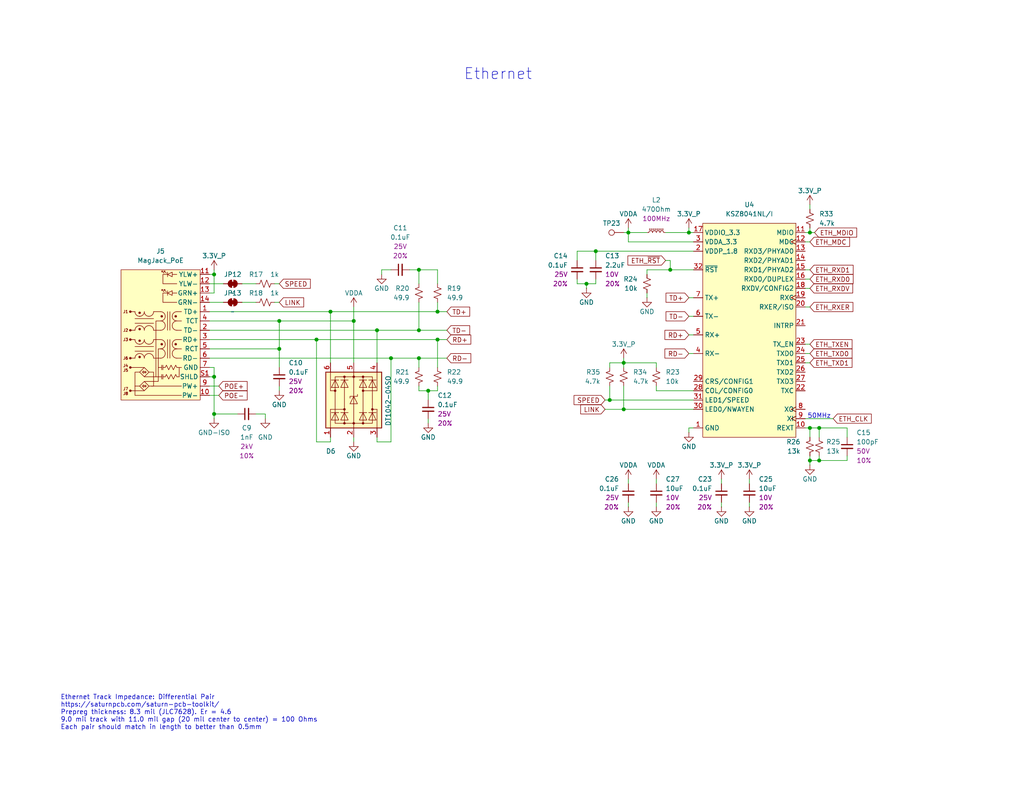
<source format=kicad_sch>
(kicad_sch (version 20231120) (generator "eeschema") (generator_version "8.0")
  (paper "USLetter")
  (title_block (title "Ethernet"))
  (lib_symbols
    (symbol "SparkFun-Capacitor:0.1uF_0603_25V_20%" (pin_numbers hide) (pin_names (offset 0.254))
      (property "Reference" "C" (at 0.635 2.54 0))
      (property "Value" "0.1uF" (at 0.635 -2.54 0))
      (property "Voltage" "25V" (at 0 -6.35 0))
      (property "Tolerance" "20%" (at 0 -8.89 0))
      (symbol "0.1uF_0603_25V_20%_1_1"
        (pin passive line (at 0 2.54 270) (length 2.032) (name "~") (number "1"))
        (pin passive line (at 0 -2.54 90) (length 2.032) (name "~") (number "2"))
      )
    )
    (symbol "SparkFun-Capacitor:1.0nF_1206_2kV_10%" (pin_numbers hide) (pin_names (offset 0.254))
      (property "Reference" "C" (at 0.635 2.54 0))
      (property "Value" "1nF" (at 0.635 -2.54 0))
      (property "Voltage" "2kV" (at 0 -6.35 0))
      (property "Tolerance" "10%" (at 0 -8.89 0))
      (symbol "1.0nF_1206_2kV_10%_1_1"
        (pin passive line (at 0 2.54 270) (length 2.032) (name "~") (number "1"))
        (pin passive line (at 0 -2.54 90) (length 2.032) (name "~") (number "2"))
      )
    )
    (symbol "SparkFun-Capacitor:100pF_0603_50V_10%" (pin_numbers hide) (pin_names (offset 0.254))
      (property "Reference" "C" (at 0.635 2.54 0))
      (property "Value" "100pF" (at 0.635 -2.54 0))
      (property "Voltage" "50V" (at 0 -6.35 0))
      (property "Tolerance" "10%" (at 0 -8.89 0))
      (symbol "100pF_0603_50V_10%_1_1"
        (pin passive line (at 0 2.54 270) (length 2.032) (name "~") (number "1"))
        (pin passive line (at 0 -2.54 90) (length 2.032) (name "~") (number "2"))
      )
    )
    (symbol "SparkFun-Capacitor:10uF_0603_10V_20%" (pin_numbers hide) (pin_names (offset 0.254))
      (property "Reference" "C" (at 0.635 2.54 0))
      (property "Value" "10uF" (at 0.635 -2.54 0))
      (property "Voltage" "10V" (at 0 -6.35 0))
      (property "Tolerance" "20%" (at 0 -8.89 0))
      (symbol "10uF_0603_10V_20%_1_1"
        (pin passive line (at 0 2.54 270) (length 2.032) (name "~") (number "1"))
        (pin passive line (at 0 -2.54 90) (length 2.032) (name "~") (number "2"))
      )
    )
    (symbol "SparkFun-Capacitor:2.2uF_0603_10V_20%" (pin_numbers hide) (pin_names (offset 0.254))
      (property "Reference" "C" (at 0.635 2.54 0))
      (property "Value" "2.2uF" (at 0.635 -2.54 0))
      (property "Voltage" "10V" (at 0 -6.35 0))
      (property "Tolerance" "20%" (at 0 -8.89 0))
      (symbol "2.2uF_0603_10V_20%_1_1"
        (pin passive line (at 0 2.54 270) (length 2.032) (name "~") (number "1"))
        (pin passive line (at 0 -2.54 90) (length 2.032) (name "~") (number "2"))
      )
    )
    (symbol "SparkFun-Coil:470Ohm_0603_1.0A" (pin_numbers hide) (pin_names (offset 1.016) hide)
      (property "Reference" "L" (at 0 2.54 0))
      (property "Value" "470Ohm" (at 0 -1.27 0))
      (property "Frequency" "100MHz" (at 0 -3.81 0))
      (symbol "470Ohm_0603_1.0A_1_1"
        (pin passive line (at -2.54 0 0) (length 0.508) (name "~") (number "1"))
        (pin passive line (at 2.54 0 180) (length 0.508) (name "~") (number "2"))
      )
    )
    (symbol "SparkFun-Connector:MagJack_PoE_RJ45"
      (property "Reference" "J" (at -11.176 20.066 0))
      (property "Value" "MagJack_PoE" (at 0 -17.78 0))
      (symbol "MagJack_PoE_RJ45_1_0"
        (pin passive line (at 12.7 7.62 180) (length 2.54) (name "TD+") (number "1"))
        (pin power_out line (at 12.7 -15.24 180) (length 2.54) (name "PW-") (number "10"))
        (pin passive line (at 12.7 15.24 180) (length 2.54) (name "YLW-") (number "12"))
        (pin passive line (at 12.7 12.7 180) (length 2.54) (name "GRN+") (number "13"))
        (pin passive line (at 12.7 10.16 180) (length 2.54) (name "GRN-") (number "14"))
        (pin passive line (at 12.7 2.54 180) (length 2.54) (name "TD-") (number "2"))
        (pin passive line (at 12.7 0 180) (length 2.54) (name "RD+") (number "3"))
        (pin passive line (at 12.7 5.08 180) (length 2.54) (name "TCT") (number "4"))
        (pin passive line (at 12.7 -2.54 180) (length 2.54) (name "RCT") (number "5"))
        (pin passive line (at 12.7 -5.08 180) (length 2.54) (name "RD-") (number "6"))
        (pin passive line (at 12.7 -7.62 180) (length 2.54) (name "GND") (number "7"))
        (pin power_out line (at 12.7 -12.7 180) (length 2.54) (name "PW+") (number "9"))
        (pin passive line (at 12.7 -10.16 180) (length 2.54) (name "SHLD") (number "S1"))
        (pin passive line (at 12.7 -10.16 180) (length 2.54) hide (name "SHLD") (number "S2"))
      )
      (symbol "MagJack_PoE_RJ45_1_1"
        (text "J1" (at -10.16 7.62 0) (effects (font (size 0.762 0.762))))
        (text "J2" (at -10.16 2.54 0) (effects (font (size 0.762 0.762))))
        (text "J3" (at -10.16 0 0) (effects (font (size 0.762 0.762))))
        (text "J4" (at -10.16 -7.112 0) (effects (font (size 0.762 0.762))))
        (text "J5" (at -10.16 -8.382 0) (effects (font (size 0.762 0.762))))
        (text "J6" (at -10.16 -5.08 0) (effects (font (size 0.762 0.762))))
        (text "J7" (at -10.16 -13.462 0) (effects (font (size 0.762 0.762))))
        (text "J8" (at -10.16 -14.732 0) (effects (font (size 0.762 0.762))))
        (pin passive line (at 12.7 17.78 180) (length 2.54) (name "YLW+") (number "11"))
      )
    )
    (symbol "SparkFun-Connector:TestPoint_PTH" (pin_numbers hide) (pin_names (offset 0.762) hide)
      (property "Reference" "TP" (at 0 5.08 0))
      (symbol "TestPoint_PTH_1_1"
        (pin passive line (at 0 0 90) (length 2.54) (name "1") (number "1"))
      )
    )
    (symbol "SparkFun-DiscreteSemi:D_TVS_ESD_USB" (pin_names hide)
      (property "Reference" "D" (at -8.636 -2.794 90))
      (property "Value" "DT1042-04SO" (at 9.398 -8.382 90))
      (symbol "D_TVS_ESD_USB_1_1"
        (pin passive line (at -6.35 -11.43 90) (length 2.54) (name "I/O1") (number "1"))
        (pin passive line (at 0 -11.43 90) (length 2.54) (name "GND") (number "2"))
        (pin passive line (at 6.35 -11.43 90) (length 2.54) (name "I/O2") (number "3"))
        (pin passive line (at 6.35 8.89 270) (length 2.54) (name "I/O3") (number "4"))
        (pin passive line (at 0 8.89 270) (length 2.54) (name "VCC") (number "5"))
        (pin passive line (at -6.35 8.89 270) (length 2.54) (name "I/O4") (number "6"))
      )
    )
    (symbol "SparkFun-IC-Comm:KSZ8041NLI"
      (property "Reference" "U" (at -12.192 29.464 0))
      (property "Value" "KSZ8041NL/I" (at 0 -31.75 0))
      (symbol "KSZ8041NLI_1_1"
        (pin power_in line (at -15.24 -27.94 0) (length 2.54) (name "GND") (number "1"))
        (pin input line (at 15.24 -27.94 180) (length 2.54) (name "REXT") (number "10"))
        (pin bidirectional line (at 15.24 25.4 180) (length 2.54) (name "MDIO") (number "11"))
        (pin input clock (at 15.24 22.86 180) (length 2.54) (name "MDC") (number "12"))
        (pin bidirectional line (at 15.24 20.32 180) (length 2.54) (name "RXD3/PHYAD0") (number "13"))
        (pin bidirectional line (at 15.24 17.78 180) (length 2.54) (name "RXD2/PHYAD1") (number "14"))
        (pin bidirectional line (at 15.24 15.24 180) (length 2.54) (name "RXD1/PHYAD2") (number "15"))
        (pin bidirectional line (at 15.24 12.7 180) (length 2.54) (name "RXD0/DUPLEX") (number "16"))
        (pin power_in line (at -15.24 25.4 0) (length 2.54) (name "VDDIO_3.3") (number "17"))
        (pin bidirectional line (at 15.24 10.16 180) (length 2.54) (name "RXDV/CONFIG2") (number "18"))
        (pin output clock (at 15.24 7.62 180) (length 2.54) (name "RXC") (number "19"))
        (pin power_in line (at -15.24 20.32 0) (length 2.54) (name "VDDP_1.8") (number "2"))
        (pin bidirectional line (at 15.24 5.08 180) (length 2.54) (name "RXER/ISO") (number "20"))
        (pin output line (at 15.24 0 180) (length 2.54) (name "INTRP") (number "21"))
        (pin output line (at 15.24 -17.78 180) (length 2.54) (name "TXC") (number "22"))
        (pin input line (at 15.24 -5.08 180) (length 2.54) (name "TX_EN") (number "23"))
        (pin input line (at 15.24 -7.62 180) (length 2.54) (name "TXD0") (number "24"))
        (pin input line (at 15.24 -10.16 180) (length 2.54) (name "TXD1") (number "25"))
        (pin input line (at 15.24 -12.7 180) (length 2.54) (name "TXD2") (number "26"))
        (pin input line (at 15.24 -15.24 180) (length 2.54) (name "TXD3") (number "27"))
        (pin bidirectional line (at -15.24 -17.78 0) (length 2.54) (name "COL/CONFIG0") (number "28"))
        (pin bidirectional line (at -15.24 -15.24 0) (length 2.54) (name "CRS/CONFIG1") (number "29"))
        (pin power_in line (at -15.24 22.86 0) (length 2.54) (name "VDDA_3.3") (number "3"))
        (pin bidirectional line (at -15.24 -22.86 0) (length 2.54) (name "LED0/NWAYEN") (number "30"))
        (pin bidirectional line (at -15.24 -20.32 0) (length 2.54) (name "LED1/SPEED") (number "31"))
        (pin input line (at -15.24 15.24 0) (length 2.54) (name "~{RST}") (number "32"))
        (pin bidirectional line (at -15.24 -7.62 0) (length 2.54) (name "RX-") (number "4"))
        (pin bidirectional line (at -15.24 -2.54 0) (length 2.54) (name "RX+") (number "5"))
        (pin bidirectional line (at -15.24 2.54 0) (length 2.54) (name "TX-") (number "6"))
        (pin bidirectional line (at -15.24 7.62 0) (length 2.54) (name "TX+") (number "7"))
        (pin output clock (at 15.24 -22.86 180) (length 2.54) (name "XO") (number "8"))
        (pin input clock (at 15.24 -25.4 180) (length 2.54) (name "XI") (number "9"))
        (pin power_in line (at -15.24 -27.94 0) (length 2.54) hide (name "GND") (number "EP"))
      )
    )
    (symbol "SparkFun-Jumper:SolderJumper_2_Bridged" (pin_numbers hide) (pin_names (offset 0) hide)
      (property "Reference" "JP" (at 0 2.032 0))
      (property "Value" "~" (at 0 -2.54 0))
      (symbol "SolderJumper_2_Bridged_1_1"
        (pin passive line (at -2.54 0 0) (length 1.27) (name "A") (number "1"))
        (pin passive line (at 2.54 0 180) (length 1.27) (name "B") (number "2"))
      )
    )
    (symbol "SparkFun-PowerSymbol:3.3V_P" (power) (pin_names (offset 0))
      (property "Value" "3.3V_P" (at 0 3.81 0))
      (symbol "3.3V_P_1_1"
        (pin power_in line (at 0 0 90) (length 0) hide (name "3.3V_P") (number "1"))
      )
    )
    (symbol "SparkFun-PowerSymbol:VDDA" (power) (pin_names (offset 0))
      (property "Value" "VDDA" (at 0 3.81 0))
      (symbol "VDDA_1_1"
        (pin power_in line (at 0 0 90) (length 0) hide (name "VDDA") (number "1"))
      )
    )
    (symbol "SparkFun-Resistor:10k_0603" (pin_numbers hide) (pin_names (offset 0))
      (property "Reference" "R" (at 0 -2.54 0))
      (property "Value" "10k" (at 0 2.54 0))
      (symbol "10k_0603_1_1"
        (pin passive line (at -2.54 0 0) (length 1.016) (name "~") (number "1"))
        (pin passive line (at 2.54 0 180) (length 1.016) (name "~") (number "2"))
      )
    )
    (symbol "SparkFun-Resistor:13k_0603" (pin_numbers hide) (pin_names (offset 0))
      (property "Reference" "R" (at 0 -2.54 0))
      (property "Value" "13k" (at 0 2.54 0))
      (symbol "13k_0603_1_1"
        (pin passive line (at -2.54 0 0) (length 1.016) (name "~") (number "1"))
        (pin passive line (at 2.54 0 180) (length 1.016) (name "~") (number "2"))
      )
    )
    (symbol "SparkFun-Resistor:1k_0603" (pin_numbers hide) (pin_names (offset 0))
      (property "Reference" "R" (at 0 -2.54 0))
      (property "Value" "1k" (at 0 2.54 0))
      (symbol "1k_0603_1_1"
        (pin passive line (at -2.54 0 0) (length 1.016) (name "~") (number "1"))
        (pin passive line (at 2.54 0 180) (length 1.016) (name "~") (number "2"))
      )
    )
    (symbol "SparkFun-Resistor:4.7k_0603" (pin_numbers hide) (pin_names (offset 0))
      (property "Reference" "R" (at 0 -2.54 0))
      (property "Value" "4.7k" (at 0 2.54 0))
      (symbol "4.7k_0603_1_1"
        (pin passive line (at -2.54 0 0) (length 1.016) (name "~") (number "1"))
        (pin passive line (at 2.54 0 180) (length 1.016) (name "~") (number "2"))
      )
    )
    (symbol "SparkFun-Resistor:49.9_0603" (pin_numbers hide) (pin_names (offset 0))
      (property "Reference" "R" (at 0 -2.54 0))
      (property "Value" "49.9" (at 0 2.54 0))
      (symbol "49.9_0603_1_1"
        (pin passive line (at -2.54 0 0) (length 1.016) (name "~") (number "1"))
        (pin passive line (at 2.54 0 180) (length 1.016) (name "~") (number "2"))
      )
    )
    (symbol "power:GND" (power) (pin_numbers hide) (pin_names (offset 0) hide)
      (property "Value" "GND" (at 0 -3.81 0))
      (symbol "GND_1_1"
        (pin power_in line (at 0 0 270) (length 0) (name "~") (number "1"))
      )
    )
  )
  (junction (at 86.36 92.71))
  (junction (at 220.98 63.5))
  (junction (at 114.3 73.66))
  (junction (at 170.18 111.76))
  (junction (at 220.98 125.73))
  (junction (at 187.96 63.5))
  (junction (at 223.52 125.73))
  (junction (at 171.45 63.5))
  (junction (at 119.38 92.71))
  (junction (at 106.68 97.79))
  (junction (at 58.42 102.87))
  (junction (at 58.42 113.03))
  (junction (at 119.38 85.09))
  (junction (at 170.18 99.06))
  (junction (at 114.3 97.79))
  (junction (at 102.87 90.17))
  (junction (at 90.17 85.09))
  (junction (at 76.2 87.63))
  (junction (at 76.2 95.25))
  (junction (at 220.98 116.84))
  (junction (at 96.52 87.63))
  (junction (at 114.3 90.17))
  (junction (at 182.88 73.66))
  (junction (at 58.42 74.93))
  (junction (at 223.52 116.84))
  (junction (at 160.02 77.47))
  (junction (at 162.56 68.58))
  (junction (at 116.84 106.68))
  (junction (at 166.37 109.22))
  (wire (pts (xy 106.68 97.79) (xy 57.15 97.79)))
  (wire (pts (xy 219.71 63.5) (xy 220.98 63.5)))
  (wire (pts (xy 162.56 68.58) (xy 157.48 68.58)))
  (wire (pts (xy 116.84 106.68) (xy 116.84 109.22)))
  (wire (pts (xy 76.2 105.41) (xy 76.2 106.68)))
  (wire (pts (xy 187.96 63.5) (xy 189.23 63.5)))
  (wire (pts (xy 57.15 100.33) (xy 58.42 100.33)))
  (wire (pts (xy 160.02 77.47) (xy 162.56 77.47)))
  (wire (pts (xy 57.15 107.95) (xy 59.69 107.95)))
  (wire (pts (xy 220.98 62.23) (xy 220.98 63.5)))
  (wire (pts (xy 86.36 92.71) (xy 57.15 92.71)))
  (wire (pts (xy 166.37 105.41) (xy 166.37 109.22)))
  (wire (pts (xy 90.17 85.09) (xy 90.17 99.06)))
  (wire (pts (xy 86.36 92.71) (xy 119.38 92.71)))
  (wire (pts (xy 114.3 82.55) (xy 114.3 90.17)))
  (wire (pts (xy 58.42 100.33) (xy 58.42 102.87)))
  (wire (pts (xy 114.3 73.66) (xy 114.3 77.47)))
  (wire (pts (xy 57.15 105.41) (xy 59.69 105.41)))
  (wire (pts (xy 219.71 66.04) (xy 220.98 66.04)))
  (wire (pts (xy 57.15 95.25) (xy 76.2 95.25)))
  (wire (pts (xy 171.45 63.5) (xy 171.45 66.04)))
  (wire (pts (xy 170.18 63.5) (xy 171.45 63.5)))
  (wire (pts (xy 86.36 120.65) (xy 86.36 92.71)))
  (wire (pts (xy 187.96 91.44) (xy 189.23 91.44)))
  (wire (pts (xy 102.87 90.17) (xy 57.15 90.17)))
  (wire (pts (xy 90.17 85.09) (xy 119.38 85.09)))
  (wire (pts (xy 114.3 97.79) (xy 121.92 97.79)))
  (wire (pts (xy 219.71 73.66) (xy 220.98 73.66)))
  (wire (pts (xy 220.98 55.88) (xy 220.98 57.15)))
  (wire (pts (xy 179.07 137.16) (xy 179.07 138.43)))
  (wire (pts (xy 179.07 100.33) (xy 179.07 99.06)))
  (wire (pts (xy 220.98 116.84) (xy 220.98 119.38)))
  (wire (pts (xy 231.14 125.73) (xy 223.52 125.73)))
  (wire (pts (xy 219.71 96.52) (xy 220.98 96.52)))
  (wire (pts (xy 182.88 73.66) (xy 189.23 73.66)))
  (wire (pts (xy 165.1 111.76) (xy 170.18 111.76)))
  (wire (pts (xy 179.07 106.68) (xy 179.07 105.41)))
  (wire (pts (xy 170.18 105.41) (xy 170.18 111.76)))
  (wire (pts (xy 219.71 114.3) (xy 227.33 114.3)))
  (wire (pts (xy 171.45 137.16) (xy 171.45 138.43)))
  (wire (pts (xy 57.15 77.47) (xy 60.96 77.47)))
  (wire (pts (xy 119.38 92.71) (xy 119.38 100.33)))
  (wire (pts (xy 162.56 68.58) (xy 162.56 71.12)))
  (wire (pts (xy 57.15 85.09) (xy 90.17 85.09)))
  (wire (pts (xy 170.18 97.79) (xy 170.18 99.06)))
  (wire (pts (xy 76.2 87.63) (xy 76.2 95.25)))
  (wire (pts (xy 58.42 102.87) (xy 58.42 113.03)))
  (wire (pts (xy 72.39 113.03) (xy 72.39 114.3)))
  (wire (pts (xy 166.37 109.22) (xy 189.23 109.22)))
  (wire (pts (xy 119.38 92.71) (xy 121.92 92.71)))
  (wire (pts (xy 204.47 130.81) (xy 204.47 132.08)))
  (wire (pts (xy 104.14 73.66) (xy 104.14 74.93)))
  (wire (pts (xy 171.45 62.23) (xy 171.45 63.5)))
  (wire (pts (xy 220.98 116.84) (xy 223.52 116.84)))
  (wire (pts (xy 106.68 120.65) (xy 106.68 97.79)))
  (wire (pts (xy 96.52 119.38) (xy 96.52 120.65)))
  (wire (pts (xy 176.53 80.01) (xy 176.53 81.28)))
  (wire (pts (xy 76.2 87.63) (xy 96.52 87.63)))
  (wire (pts (xy 90.17 119.38) (xy 90.17 120.65)))
  (wire (pts (xy 157.48 68.58) (xy 157.48 71.12)))
  (wire (pts (xy 220.98 125.73) (xy 220.98 127)))
  (wire (pts (xy 119.38 85.09) (xy 121.92 85.09)))
  (wire (pts (xy 102.87 90.17) (xy 114.3 90.17)))
  (wire (pts (xy 196.85 137.16) (xy 196.85 138.43)))
  (wire (pts (xy 74.93 82.55) (xy 76.2 82.55)))
  (wire (pts (xy 187.96 86.36) (xy 189.23 86.36)))
  (wire (pts (xy 111.76 73.66) (xy 114.3 73.66)))
  (wire (pts (xy 219.71 99.06) (xy 220.98 99.06)))
  (wire (pts (xy 114.3 90.17) (xy 121.92 90.17)))
  (wire (pts (xy 165.1 109.22) (xy 166.37 109.22)))
  (wire (pts (xy 181.61 63.5) (xy 187.96 63.5)))
  (wire (pts (xy 114.3 105.41) (xy 114.3 106.68)))
  (wire (pts (xy 189.23 116.84) (xy 187.96 116.84)))
  (wire (pts (xy 57.15 80.01) (xy 58.42 80.01)))
  (wire (pts (xy 76.2 87.63) (xy 57.15 87.63)))
  (wire (pts (xy 58.42 73.66) (xy 58.42 74.93)))
  (wire (pts (xy 181.61 71.12) (xy 182.88 71.12)))
  (wire (pts (xy 204.47 137.16) (xy 204.47 138.43)))
  (wire (pts (xy 104.14 73.66) (xy 106.68 73.66)))
  (wire (pts (xy 170.18 111.76) (xy 189.23 111.76)))
  (wire (pts (xy 102.87 99.06) (xy 102.87 90.17)))
  (wire (pts (xy 102.87 120.65) (xy 106.68 120.65)))
  (wire (pts (xy 119.38 106.68) (xy 116.84 106.68)))
  (wire (pts (xy 219.71 83.82) (xy 220.98 83.82)))
  (wire (pts (xy 231.14 124.46) (xy 231.14 125.73)))
  (wire (pts (xy 66.04 82.55) (xy 69.85 82.55)))
  (wire (pts (xy 58.42 113.03) (xy 58.42 114.3)))
  (wire (pts (xy 58.42 113.03) (xy 64.77 113.03)))
  (wire (pts (xy 189.23 106.68) (xy 179.07 106.68)))
  (wire (pts (xy 176.53 73.66) (xy 176.53 74.93)))
  (wire (pts (xy 57.15 82.55) (xy 60.96 82.55)))
  (wire (pts (xy 189.23 68.58) (xy 162.56 68.58)))
  (wire (pts (xy 219.71 116.84) (xy 220.98 116.84)))
  (wire (pts (xy 157.48 77.47) (xy 160.02 77.47)))
  (wire (pts (xy 231.14 116.84) (xy 231.14 119.38)))
  (wire (pts (xy 223.52 116.84) (xy 231.14 116.84)))
  (wire (pts (xy 187.96 62.23) (xy 187.96 63.5)))
  (wire (pts (xy 166.37 100.33) (xy 166.37 99.06)))
  (wire (pts (xy 114.3 106.68) (xy 116.84 106.68)))
  (wire (pts (xy 106.68 97.79) (xy 114.3 97.79)))
  (wire (pts (xy 66.04 77.47) (xy 69.85 77.47)))
  (wire (pts (xy 160.02 77.47) (xy 160.02 78.74)))
  (wire (pts (xy 220.98 124.46) (xy 220.98 125.73)))
  (wire (pts (xy 57.15 102.87) (xy 58.42 102.87)))
  (wire (pts (xy 116.84 114.3) (xy 116.84 115.57)))
  (wire (pts (xy 176.53 73.66) (xy 182.88 73.66)))
  (wire (pts (xy 196.85 130.81) (xy 196.85 132.08)))
  (wire (pts (xy 74.93 77.47) (xy 76.2 77.47)))
  (wire (pts (xy 90.17 120.65) (xy 86.36 120.65)))
  (wire (pts (xy 69.85 113.03) (xy 72.39 113.03)))
  (wire (pts (xy 162.56 77.47) (xy 162.56 76.2)))
  (wire (pts (xy 219.71 78.74) (xy 220.98 78.74)))
  (wire (pts (xy 171.45 130.81) (xy 171.45 132.08)))
  (wire (pts (xy 219.71 76.2) (xy 220.98 76.2)))
  (wire (pts (xy 119.38 73.66) (xy 119.38 77.47)))
  (wire (pts (xy 171.45 63.5) (xy 176.53 63.5)))
  (wire (pts (xy 114.3 73.66) (xy 119.38 73.66)))
  (wire (pts (xy 102.87 119.38) (xy 102.87 120.65)))
  (wire (pts (xy 223.52 116.84) (xy 223.52 119.38)))
  (wire (pts (xy 114.3 97.79) (xy 114.3 100.33)))
  (wire (pts (xy 96.52 87.63) (xy 96.52 99.06)))
  (wire (pts (xy 170.18 99.06) (xy 170.18 100.33)))
  (wire (pts (xy 223.52 124.46) (xy 223.52 125.73)))
  (wire (pts (xy 219.71 93.98) (xy 220.98 93.98)))
  (wire (pts (xy 179.07 130.81) (xy 179.07 132.08)))
  (wire (pts (xy 166.37 99.06) (xy 170.18 99.06)))
  (wire (pts (xy 223.52 125.73) (xy 220.98 125.73)))
  (wire (pts (xy 58.42 74.93) (xy 58.42 80.01)))
  (wire (pts (xy 119.38 105.41) (xy 119.38 106.68)))
  (wire (pts (xy 187.96 81.28) (xy 189.23 81.28)))
  (wire (pts (xy 96.52 83.82) (xy 96.52 87.63)))
  (wire (pts (xy 76.2 95.25) (xy 76.2 100.33)))
  (wire (pts (xy 220.98 63.5) (xy 222.25 63.5)))
  (wire (pts (xy 119.38 82.55) (xy 119.38 85.09)))
  (wire (pts (xy 170.18 99.06) (xy 179.07 99.06)))
  (wire (pts (xy 157.48 76.2) (xy 157.48 77.47)))
  (wire (pts (xy 57.15 74.93) (xy 58.42 74.93)))
  (wire (pts (xy 187.96 116.84) (xy 187.96 118.11)))
  (wire (pts (xy 187.96 96.52) (xy 189.23 96.52)))
  (wire (pts (xy 182.88 71.12) (xy 182.88 73.66)))
  (wire (pts (xy 189.23 66.04) (xy 171.45 66.04)))
  (text "50MHz" (at 223.52 113.665 0) (effects (font (size 1.27 1.27))))
  (text "Ethernet" (at 135.89 20.32 0) (effects (font (size 3 3))))
  (text "Ethernet Track Impedance: Differential Pair\nhttps://saturnpcb.com/saturn-pcb-toolkit/\nPrepreg thickness: 8.3 mil (JLC7628). Er = 4.6\n9.0 mil track with 11.0 mil gap (20 mil center to center) = 100 Ohms\nEach pair should match in length to better than 0.5mm" (at 16.51 199.39 0) (effects (font (size 1.27 1.27)) (justify left bottom)))
  (global_label "TD+" (shape input) (at 121.92 85.09 0) (property "Intersheetrefs" "${INTERSHEET_REFS}" (effects (hide yes))))
  (global_label "ETH_RXDV" (shape input) (at 220.98 78.74 0) (property "Intersheetrefs" "${INTERSHEET_REFS}" (effects (hide yes))))
  (global_label "SPEED" (shape input) (at 165.1 109.22 180) (property "Intersheetrefs" "${INTERSHEET_REFS}" (effects (hide yes))))
  (global_label "ETH_TXD1" (shape input) (at 220.98 99.06 0) (property "Intersheetrefs" "${INTERSHEET_REFS}" (effects (hide yes))))
  (global_label "RD+" (shape input) (at 121.92 92.71 0) (property "Intersheetrefs" "${INTERSHEET_REFS}" (effects (hide yes))))
  (global_label "POE+" (shape input) (at 59.69 105.41 0) (property "Intersheetrefs" "${INTERSHEET_REFS}" (effects (hide yes))))
  (global_label "ETH_RXD1" (shape input) (at 220.98 73.66 0) (property "Intersheetrefs" "${INTERSHEET_REFS}" (effects (hide yes))))
  (global_label "ETH_RXD0" (shape input) (at 220.98 76.2 0) (property "Intersheetrefs" "${INTERSHEET_REFS}" (effects (hide yes))))
  (global_label "RD-" (shape input) (at 121.92 97.79 0) (property "Intersheetrefs" "${INTERSHEET_REFS}" (effects (hide yes))))
  (global_label "ETH_CLK" (shape input) (at 227.33 114.3 0) (property "Intersheetrefs" "${INTERSHEET_REFS}" (effects (hide yes))))
  (global_label "ETH_TXD0" (shape input) (at 220.98 96.52 0) (property "Intersheetrefs" "${INTERSHEET_REFS}" (effects (hide yes))))
  (global_label "TD-" (shape input) (at 187.96 86.36 180) (property "Intersheetrefs" "${INTERSHEET_REFS}" (effects (hide yes))))
  (global_label "LINK" (shape input) (at 76.2 82.55 0) (property "Intersheetrefs" "${INTERSHEET_REFS}" (effects (hide yes))))
  (global_label "ETH_TXEN" (shape input) (at 220.98 93.98 0) (property "Intersheetrefs" "${INTERSHEET_REFS}" (effects (hide yes))))
  (global_label "RD+" (shape input) (at 187.96 91.44 180) (property "Intersheetrefs" "${INTERSHEET_REFS}" (effects (hide yes))))
  (global_label "LINK" (shape input) (at 165.1 111.76 180) (property "Intersheetrefs" "${INTERSHEET_REFS}" (effects (hide yes))))
  (global_label "ETH_MDIO" (shape input) (at 222.25 63.5 0) (property "Intersheetrefs" "${INTERSHEET_REFS}" (effects (hide yes))))
  (global_label "TD-" (shape input) (at 121.92 90.17 0) (property "Intersheetrefs" "${INTERSHEET_REFS}" (effects (hide yes))))
  (global_label "POE-" (shape input) (at 59.69 107.95 0) (property "Intersheetrefs" "${INTERSHEET_REFS}" (effects (hide yes))))
  (global_label "TD+" (shape input) (at 187.96 81.28 180) (property "Intersheetrefs" "${INTERSHEET_REFS}" (effects (hide yes))))
  (global_label "ETH_~{RST}" (shape input) (at 181.61 71.12 180) (property "Intersheetrefs" "${INTERSHEET_REFS}" (effects (hide yes))))
  (global_label "SPEED" (shape input) (at 76.2 77.47 0) (property "Intersheetrefs" "${INTERSHEET_REFS}" (effects (hide yes))))
  (global_label "ETH_RXER" (shape input) (at 220.98 83.82 0) (property "Intersheetrefs" "${INTERSHEET_REFS}" (effects (hide yes))))
  (global_label "RD-" (shape input) (at 187.96 96.52 180) (property "Intersheetrefs" "${INTERSHEET_REFS}" (effects (hide yes))))
  (global_label "ETH_MDC" (shape input) (at 220.98 66.04 0) (property "Intersheetrefs" "${INTERSHEET_REFS}" (effects (hide yes))))
  (symbol (lib_id "SparkFun-Resistor:49.9_0603") (at 114.3 102.87 270) (mirror x) (unit 1)
    (property "Reference" "R21" (at 111.76 101.5999 90) (effects (justify right)))
    (property "Value" "49.9" (at 111.76 104.1399 90) (effects (justify right)))
    (property "Footprint" "SparkFun-Resistor:R_0603_1608Metric" (effects (hide yes)))
    (property "Datasheet" "https://www.vishay.com/docs/20035/dcrcwe3.pdf" (effects (hide yes)))
    (property "Description" "Resistor" (effects (hide yes)))
    (property "PROD_ID" "RES-16237" (effects (hide yes)))
    (property "Wattage" "0.5W" (effects (hide yes)))
    (property "Tolerance" "1%" (effects (hide yes)))
  )
  (symbol (lib_id "SparkFun-Resistor:13k_0603") (at 223.52 121.92 90) (unit 1)
    (property "Reference" "R25" (at 225.425 120.65 90) (effects (justify right)))
    (property "Value" "13k" (at 227.33 123.19 90))
    (property "Footprint" "SparkFun-Resistor:R_0603_1608Metric" (effects (hide yes)))
    (property "Datasheet" "https://www.vishay.com/docs/20035/dcrcwe3.pdf" (effects (hide yes)))
    (property "Description" "Resistor" (effects (hide yes)))
    (property "PROD_ID" "RES-14017" (effects (hide yes)))
  )
  (symbol (lib_id "SparkFun-Capacitor:0.1uF_0603_25V_20%") (at 171.45 134.62 0) (unit 1)
    (property "Reference" "C26" (at 168.91 130.8162 0) (effects (justify right)))
    (property "Value" "0.1uF" (at 168.91 133.3562 0) (effects (justify right)))
    (property "Footprint" "SparkFun-Capacitor:C_0603_1608Metric" (effects (hide yes)))
    (property "Datasheet" "https://cdn.sparkfun.com/assets/8/a/4/a/5/Kemet_Capacitor_Datasheet.pdf" (effects (hide yes)))
    (property "Description" "Unpolarized capacitor" (effects (hide yes)))
    (property "PROD_ID" "CAP-00810" (effects (hide yes)))
    (property "Voltage" "25V" (at 168.91 135.8962 0) (effects (justify right)))
    (property "Tolerance" "20%" (at 168.91 138.4362 0) (effects (justify right)))
  )
  (symbol (lib_id "SparkFun-Resistor:13k_0603") (at 220.98 121.92 270) (mirror x) (unit 1)
    (property "Reference" "R26" (at 218.44 120.6499 90) (effects (justify right)))
    (property "Value" "13k" (at 218.44 123.1899 90) (effects (justify right)))
    (property "Footprint" "SparkFun-Resistor:R_0603_1608Metric" (effects (hide yes)))
    (property "Datasheet" "https://www.vishay.com/docs/20035/dcrcwe3.pdf" (effects (hide yes)))
    (property "Description" "Resistor" (effects (hide yes)))
    (property "PROD_ID" "RES-14017" (effects (hide yes)))
  )
  (symbol (lib_id "SparkFun-PowerSymbol:VDDA") (at 179.07 130.81 0) (unit 1)
    (property "Reference" "#PWR086" (effects (hide yes)))
    (property "Value" "VDDA" (at 179.07 127 0))
    (property "Description" "Power symbol creates a global label with name \"VDDA\"" (effects (hide yes)))
  )
  (symbol (lib_id "SparkFun-PowerSymbol:3.3V_P") (at 204.47 130.81 0) (unit 1)
    (property "Reference" "#PWR076" (effects (hide yes)))
    (property "Value" "3.3V_P" (at 204.47 127 0))
    (property "Description" "Power symbol creates a global label with name \"3.3V_P\"" (effects (hide yes)))
  )
  (symbol (lib_id "power:GND") (at 176.53 81.28 0) (unit 1)
    (property "Reference" "#PWR057" (effects (hide yes)))
    (property "Value" "GND" (at 176.53 85.09 0))
    (property "Description" "Power symbol creates a global label with name \"GND\" , ground" (effects (hide yes)))
  )
  (symbol (lib_id "SparkFun-Capacitor:0.1uF_0603_25V_20%") (at 76.2 102.87 0) (unit 1)
    (property "Reference" "C10" (at 78.74 99.0662 0) (effects (justify left)))
    (property "Value" "0.1uF" (at 78.74 101.6062 0) (effects (justify left)))
    (property "Footprint" "SparkFun-Capacitor:C_0603_1608Metric" (effects (hide yes)))
    (property "Datasheet" "https://cdn.sparkfun.com/assets/8/a/4/a/5/Kemet_Capacitor_Datasheet.pdf" (effects (hide yes)))
    (property "Description" "Unpolarized capacitor" (effects (hide yes)))
    (property "PROD_ID" "CAP-00810" (effects (hide yes)))
    (property "Voltage" "25V" (at 78.74 104.1462 0) (effects (justify left)))
    (property "Tolerance" "20%" (at 78.74 106.6862 0) (effects (justify left)))
  )
  (symbol (lib_id "SparkFun-Connector:TestPoint_PTH") (at 170.18 63.5 90) (unit 1)
    (property "Reference" "TP23" (at 166.878 60.96 90))
    (property "Value" "PTH" (effects (hide yes)))
    (property "Footprint" "SparkFun-Connector:1x01" (effects (hide yes)))
    (property "Description" "Test Point" (effects (hide yes)))
  )
  (symbol (lib_id "SparkFun-PowerSymbol:VDDA") (at 171.45 62.23 0) (unit 1)
    (property "Reference" "#PWR056" (effects (hide yes)))
    (property "Value" "VDDA" (at 171.45 58.42 0))
    (property "Description" "Power symbol creates a global label with name \"VDDA\"" (effects (hide yes)))
  )
  (symbol (lib_id "SparkFun-Capacitor:10uF_0603_10V_20%") (at 204.47 134.62 0) (unit 1)
    (property "Reference" "C25" (at 207.01 130.8162 0) (effects (justify left)))
    (property "Value" "10uF" (at 207.01 133.3562 0) (effects (justify left)))
    (property "Footprint" "SparkFun-Capacitor:C_0603_1608Metric" (effects (hide yes)))
    (property "Datasheet" "https://cdn.sparkfun.com/assets/8/a/4/a/5/Kemet_Capacitor_Datasheet.pdf" (effects (hide yes)))
    (property "Description" "Unpolarized capacitor" (effects (hide yes)))
    (property "PROD_ID" "CAP-20155" (effects (hide yes)))
    (property "Voltage" "10V" (at 207.01 135.8962 0) (effects (justify left)))
    (property "Tolerance" "20%" (at 207.01 138.4362 0) (effects (justify left)))
  )
  (symbol (lib_id "SparkFun-Resistor:1k_0603") (at 72.39 82.55 0) (unit 1)
    (property "Reference" "R18" (at 69.85 80.01 0))
    (property "Value" "1k" (at 74.93 80.01 0))
    (property "Footprint" "SparkFun-Resistor:R_0603_1608Metric" (effects (hide yes)))
    (property "Datasheet" "https://www.vishay.com/docs/20035/dcrcwe3.pdf" (effects (hide yes)))
    (property "Description" "Resistor" (effects (hide yes)))
    (property "PROD_ID" "RES-07856" (effects (hide yes)))
  )
  (symbol (lib_id "power:GND") (at 96.52 120.65 0) (unit 1)
    (property "Reference" "#PWR052" (effects (hide yes)))
    (property "Value" "GND" (at 96.52 124.46 0))
    (property "Description" "Power symbol creates a global label with name \"GND\" , ground" (effects (hide yes)))
  )
  (symbol (lib_id "SparkFun-Coil:470Ohm_0603_1.0A") (at 179.07 63.5 0) (unit 1)
    (property "Reference" "L2" (at 179.07 54.61 0))
    (property "Value" "470Ohm" (at 179.07 57.15 0))
    (property "Footprint" "SparkFun-Capacitor:C_0603_1608Metric" (effects (hide yes)))
    (property "Datasheet" "http://www.murata.com/en-global/api/pdfdownloadapi?cate=luNoiseSupprFilteChipFerriBead&partno=BLM18PG471SN1%23" (effects (hide yes)))
    (property "Description" "Inductor" (effects (hide yes)))
    (property "PROD_ID" "NDUC-12579" (effects (hide yes)))
    (property "Frequency" "100MHz" (at 179.07 59.69 0))
  )
  (symbol (lib_id "SparkFun-PowerSymbol:3.3V_P") (at 170.18 97.79 0) (unit 1)
    (property "Reference" "#PWR058" (effects (hide yes)))
    (property "Value" "3.3V_P" (at 170.18 93.98 0))
    (property "Description" "Power symbol creates a global label with name \"3.3V_P\"" (effects (hide yes)))
  )
  (symbol (lib_id "SparkFun-PowerSymbol:VDDA") (at 96.52 83.82 0) (unit 1)
    (property "Reference" "#PWR051" (effects (hide yes)))
    (property "Value" "VDDA" (at 96.52 80.01 0))
    (property "Description" "Power symbol creates a global label with name \"VDDA\"" (effects (hide yes)))
  )
  (symbol (lib_id "SparkFun-DiscreteSemi:D_TVS_ESD_USB") (at 96.52 107.95 0) (unit 1)
    (property "Reference" "D6" (at 88.9 123.19 0) (effects (justify left)))
    (property "Value" "DT1042-04SO" (at 105.918 116.332 90) (effects (justify left)))
    (property "Footprint" "SparkFun-Semiconductor-Standard:SOT23-6" (effects (hide yes)))
    (property "Datasheet" "https://www.diodes.com/assets/Datasheets/DT1042-04SO.pdf" (effects (hide yes)))
    (property "Description" "Very low capacitance ESD protection diode, 4 data-line, SOT-23-6" (effects (hide yes)))
    (property "PROD_ID" "IC-13538" (effects (hide yes)))
  )
  (symbol (lib_id "SparkFun-Capacitor:0.1uF_0603_25V_20%") (at 116.84 111.76 0) (unit 1)
    (property "Reference" "C12" (at 119.38 107.9562 0) (effects (justify left)))
    (property "Value" "0.1uF" (at 119.38 110.4962 0) (effects (justify left)))
    (property "Footprint" "SparkFun-Capacitor:C_0603_1608Metric" (effects (hide yes)))
    (property "Datasheet" "https://cdn.sparkfun.com/assets/8/a/4/a/5/Kemet_Capacitor_Datasheet.pdf" (effects (hide yes)))
    (property "Description" "Unpolarized capacitor" (effects (hide yes)))
    (property "PROD_ID" "CAP-00810" (effects (hide yes)))
    (property "Voltage" "25V" (at 119.38 113.0362 0) (effects (justify left)))
    (property "Tolerance" "20%" (at 119.38 115.5762 0) (effects (justify left)))
  )
  (symbol (lib_id "SparkFun-Resistor:4.7k_0603") (at 166.37 102.87 270) (mirror x) (unit 1)
    (property "Reference" "R35" (at 163.83 101.5999 90) (effects (justify right)))
    (property "Value" "4.7k" (at 163.83 104.1399 90) (effects (justify right)))
    (property "Footprint" "SparkFun-Resistor:R_0603_1608Metric" (effects (hide yes)))
    (property "Datasheet" "https://www.vishay.com/docs/20035/dcrcwe3.pdf" (effects (hide yes)))
    (property "Description" "Resistor" (effects (hide yes)))
    (property "PROD_ID" "RES-07857" (effects (hide yes)))
  )
  (symbol (lib_id "SparkFun-IC-Comm:KSZ8041NLI") (at 204.47 88.9 0) (unit 1)
    (property "Reference" "U4" (at 204.47 55.88 0))
    (property "Value" "KSZ8041NL/I" (at 204.47 58.42 0))
    (property "Footprint" "SparkFun-Semiconductor-Standard:QFN-32" (effects (hide yes)))
    (property "Datasheet" "https://ww1.microchip.com/downloads/aemDocuments/documents/UNG/ProductDocuments/DataSheets/KSZ8041NL-RNL-Data-Sheet-DS00002245.pdf" (effects (hide yes)))
    (property "Description" "The KSZ8041NL is a single supply 10BASE-T/100BASE-TX physical layer transceiver, which provides MII/RMII interfaces to transmit and receive data." (effects (hide yes)))
    (property "PROD_ID" "IC-19428" (effects (hide yes)))
  )
  (symbol (lib_id "power:GND") (at 187.96 118.11 0) (unit 1)
    (property "Reference" "#PWR047" (effects (hide yes)))
    (property "Value" "GND" (at 187.96 121.92 0))
    (property "Description" "Power symbol creates a global label with name \"GND\" , ground" (effects (hide yes)))
  )
  (symbol (lib_id "SparkFun-Resistor:49.9_0603") (at 119.38 102.87 90) (unit 1)
    (property "Reference" "R22" (at 121.92 101.5999 90) (effects (justify right)))
    (property "Value" "49.9" (at 121.92 104.1399 90) (effects (justify right)))
    (property "Footprint" "SparkFun-Resistor:R_0603_1608Metric" (effects (hide yes)))
    (property "Datasheet" "https://www.vishay.com/docs/20035/dcrcwe3.pdf" (effects (hide yes)))
    (property "Description" "Resistor" (effects (hide yes)))
    (property "PROD_ID" "RES-16237" (effects (hide yes)))
    (property "Wattage" "0.5W" (effects (hide yes)))
    (property "Tolerance" "1%" (effects (hide yes)))
  )
  (symbol (lib_id "SparkFun-Resistor:4.7k_0603") (at 170.18 102.87 90) (unit 1)
    (property "Reference" "R34" (at 172.72 101.5999 90) (effects (justify right)))
    (property "Value" "4.7k" (at 172.72 104.1399 90) (effects (justify right)))
    (property "Footprint" "SparkFun-Resistor:R_0603_1608Metric" (effects (hide yes)))
    (property "Datasheet" "https://www.vishay.com/docs/20035/dcrcwe3.pdf" (effects (hide yes)))
    (property "Description" "Resistor" (effects (hide yes)))
    (property "PROD_ID" "RES-07857" (effects (hide yes)))
  )
  (symbol (lib_id "power:GND") (at 104.14 74.93 0) (unit 1)
    (property "Reference" "#PWR054" (effects (hide yes)))
    (property "Value" "GND" (at 104.14 78.74 0))
    (property "Description" "Power symbol creates a global label with name \"GND\" , ground" (effects (hide yes)))
  )
  (symbol (lib_id "SparkFun-Capacitor:2.2uF_0603_10V_20%") (at 162.56 73.66 0) (unit 1)
    (property "Reference" "C13" (at 165.1 69.8562 0) (effects (justify left)))
    (property "Value" "2.2uF" (at 165.1 72.3962 0) (effects (justify left)))
    (property "Footprint" "SparkFun-Capacitor:C_0603_1608Metric" (effects (hide yes)))
    (property "Datasheet" "https://cdn.sparkfun.com/assets/8/a/4/a/5/Kemet_Capacitor_Datasheet.pdf" (effects (hide yes)))
    (property "Description" "Unpolarized capacitor" (effects (hide yes)))
    (property "PROD_ID" "CAP-07888" (effects (hide yes)))
    (property "Voltage" "10V" (at 165.1 74.9362 0) (effects (justify left)))
    (property "Tolerance" "20%" (at 165.1 77.4762 0) (effects (justify left)))
  )
  (symbol (lib_id "SparkFun-Capacitor:0.1uF_0603_25V_20%") (at 196.85 134.62 0) (unit 1)
    (property "Reference" "C23" (at 194.31 130.8162 0) (effects (justify right)))
    (property "Value" "0.1uF" (at 194.31 133.3562 0) (effects (justify right)))
    (property "Footprint" "SparkFun-Capacitor:C_0603_1608Metric" (effects (hide yes)))
    (property "Datasheet" "https://cdn.sparkfun.com/assets/8/a/4/a/5/Kemet_Capacitor_Datasheet.pdf" (effects (hide yes)))
    (property "Description" "Unpolarized capacitor" (effects (hide yes)))
    (property "PROD_ID" "CAP-00810" (effects (hide yes)))
    (property "Voltage" "25V" (at 194.31 135.8962 0) (effects (justify right)))
    (property "Tolerance" "20%" (at 194.31 138.4362 0) (effects (justify right)))
  )
  (symbol (lib_id "power:GND") (at 179.07 138.43 0) (unit 1)
    (property "Reference" "#PWR084" (effects (hide yes)))
    (property "Value" "GND" (at 179.07 142.24 0))
    (property "Description" "Power symbol creates a global label with name \"GND\" , ground" (effects (hide yes)))
  )
  (symbol (lib_id "SparkFun-Jumper:SolderJumper_2_Bridged") (at 63.5 82.55 0) (unit 1)
    (property "Reference" "JP13" (at 63.5 80.01 0))
    (property "Value" "~" (at 63.5 85.09 0))
    (property "Footprint" "SparkFun-Jumper:Jumper_2_NC_Trace" (effects (hide yes)))
    (property "Description" "Solder Jumper, 2-pole, closed/bridged" (effects (hide yes)))
  )
  (symbol (lib_id "SparkFun-Capacitor:100pF_0603_50V_10%") (at 231.14 121.92 0) (unit 1)
    (property "Reference" "C15" (at 233.68 118.1162 0) (effects (justify left)))
    (property "Value" "100pF" (at 233.68 120.6562 0) (effects (justify left)))
    (property "Footprint" "SparkFun-Capacitor:C_0603_1608Metric" (effects (hide yes)))
    (property "Datasheet" "https://cdn.sparkfun.com/assets/8/a/4/a/5/Kemet_Capacitor_Datasheet.pdf" (effects (hide yes)))
    (property "Description" "Unpolarized capacitor" (effects (hide yes)))
    (property "PROD_ID" "CAP-07883" (effects (hide yes)))
    (property "Voltage" "50V" (at 233.68 123.1962 0) (effects (justify left)))
    (property "Tolerance" "10%" (at 233.68 125.7362 0) (effects (justify left)))
  )
  (symbol (lib_id "SparkFun-Resistor:1k_0603") (at 72.39 77.47 0) (unit 1)
    (property "Reference" "R17" (at 69.85 74.93 0))
    (property "Value" "1k" (at 74.93 74.93 0))
    (property "Footprint" "SparkFun-Resistor:R_0603_1608Metric" (effects (hide yes)))
    (property "Datasheet" "https://www.vishay.com/docs/20035/dcrcwe3.pdf" (effects (hide yes)))
    (property "Description" "Resistor" (effects (hide yes)))
    (property "PROD_ID" "RES-07856" (effects (hide yes)))
  )
  (symbol (lib_id "SparkFun-Connector:MagJack_PoE_RJ45") (at 44.45 92.71 0) (unit 1)
    (property "Reference" "J5" (at 43.815 68.58 0))
    (property "Value" "MagJack_PoE" (at 43.815 71.12 0))
    (property "Footprint" "SparkFun-Connector:MagJack_PoE_RJ45" (effects (hide yes)))
    (property "Datasheet" "https://cdn.sparkfun.com/assets/b/f/e/c/e/LPJ0284GDNL.pdf" (effects (hide yes)))
    (property "Description" "Ethernet RJ45 with magnetics and Power-over-Ethernet" (effects (hide yes)))
    (property "PROD_ID" "CONN-16253" (effects (hide yes)))
  )
  (symbol (lib_id "SparkFun-Capacitor:0.1uF_0603_25V_20%") (at 157.48 73.66 0) (unit 1)
    (property "Reference" "C14" (at 154.94 69.8562 0) (effects (justify right)))
    (property "Value" "0.1uF" (at 154.94 72.3962 0) (effects (justify right)))
    (property "Footprint" "SparkFun-Capacitor:C_0603_1608Metric" (effects (hide yes)))
    (property "Datasheet" "https://cdn.sparkfun.com/assets/8/a/4/a/5/Kemet_Capacitor_Datasheet.pdf" (effects (hide yes)))
    (property "Description" "Unpolarized capacitor" (effects (hide yes)))
    (property "PROD_ID" "CAP-00810" (effects (hide yes)))
    (property "Voltage" "25V" (at 154.94 74.9362 0) (effects (justify right)))
    (property "Tolerance" "20%" (at 154.94 77.4762 0) (effects (justify right)))
  )
  (symbol (lib_id "SparkFun-Resistor:10k_0603") (at 179.07 102.87 270) (unit 1)
    (property "Reference" "R23" (at 181.61 101.5999 90) (effects (justify left)))
    (property "Value" "10k" (at 181.61 104.1399 90) (effects (justify left)))
    (property "Footprint" "SparkFun-Resistor:R_0603_1608Metric" (effects (hide yes)))
    (property "Datasheet" "https://www.vishay.com/docs/20035/dcrcwe3.pdf" (effects (hide yes)))
    (property "Description" "Resistor" (effects (hide yes)))
    (property "PROD_ID" "RES-00824" (effects (hide yes)))
  )
  (symbol (lib_id "SparkFun-PowerSymbol:VDDA") (at 171.45 130.81 0) (unit 1)
    (property "Reference" "#PWR085" (effects (hide yes)))
    (property "Value" "VDDA" (at 171.45 127 0))
    (property "Description" "Power symbol creates a global label with name \"VDDA\"" (effects (hide yes)))
  )
  (symbol (lib_id "SparkFun-Resistor:49.9_0603") (at 119.38 80.01 90) (unit 1)
    (property "Reference" "R19" (at 121.92 78.7399 90) (effects (justify right)))
    (property "Value" "49.9" (at 121.92 81.2799 90) (effects (justify right)))
    (property "Footprint" "SparkFun-Resistor:R_0603_1608Metric" (effects (hide yes)))
    (property "Datasheet" "https://www.vishay.com/docs/20035/dcrcwe3.pdf" (effects (hide yes)))
    (property "Description" "Resistor" (effects (hide yes)))
    (property "PROD_ID" "RES-16237" (effects (hide yes)))
    (property "Wattage" "0.5W" (effects (hide yes)))
    (property "Tolerance" "1%" (effects (hide yes)))
  )
  (symbol (lib_id "SparkFun-PowerSymbol:3.3V_P") (at 58.42 73.66 0) (unit 1)
    (property "Reference" "#PWR046" (effects (hide yes)))
    (property "Value" "3.3V_P" (at 58.42 69.85 0))
    (property "Description" "Power symbol creates a global label with name \"3.3V_P\"" (effects (hide yes)))
  )
  (symbol (lib_id "power:GND") (at 220.98 127 0) (unit 1)
    (property "Reference" "#PWR060" (effects (hide yes)))
    (property "Value" "GND" (at 220.98 130.81 0))
    (property "Description" "Power symbol creates a global label with name \"GND\" , ground" (effects (hide yes)))
  )
  (symbol (lib_id "power:GND") (at 171.45 138.43 0) (unit 1)
    (property "Reference" "#PWR083" (effects (hide yes)))
    (property "Value" "GND" (at 171.45 142.24 0))
    (property "Description" "Power symbol creates a global label with name \"GND\" , ground" (effects (hide yes)))
  )
  (symbol (lib_id "SparkFun-PowerSymbol:3.3V_P") (at 220.98 55.88 0) (unit 1)
    (property "Reference" "#PWR082" (effects (hide yes)))
    (property "Value" "3.3V_P" (at 220.98 52.07 0))
    (property "Description" "Power symbol creates a global label with name \"3.3V_P\"" (effects (hide yes)))
  )
  (symbol (lib_id "SparkFun-Capacitor:0.1uF_0603_25V_20%") (at 109.22 73.66 90) (unit 1)
    (property "Reference" "C11" (at 109.2263 62.23 90))
    (property "Value" "0.1uF" (at 109.2263 64.77 90))
    (property "Footprint" "SparkFun-Capacitor:C_0603_1608Metric" (effects (hide yes)))
    (property "Datasheet" "https://cdn.sparkfun.com/assets/8/a/4/a/5/Kemet_Capacitor_Datasheet.pdf" (effects (hide yes)))
    (property "Description" "Unpolarized capacitor" (effects (hide yes)))
    (property "PROD_ID" "CAP-00810" (effects (hide yes)))
    (property "Voltage" "25V" (at 109.2263 67.31 90))
    (property "Tolerance" "20%" (at 109.2263 69.85 90))
  )
  (symbol (lib_id "SparkFun-Jumper:SolderJumper_2_Bridged") (at 63.5 77.47 0) (unit 1)
    (property "Reference" "JP12" (at 63.5 74.93 0))
    (property "Value" "~" (at 63.5 80.01 0))
    (property "Footprint" "SparkFun-Jumper:Jumper_2_NC_Trace" (effects (hide yes)))
    (property "Description" "Solder Jumper, 2-pole, closed/bridged" (effects (hide yes)))
  )
  (symbol (lib_id "SparkFun-PowerSymbol:3.3V_P") (at 187.96 62.23 0) (unit 1)
    (property "Reference" "#PWR055" (effects (hide yes)))
    (property "Value" "3.3V_P" (at 187.96 58.42 0))
    (property "Description" "Power symbol creates a global label with name \"3.3V_P\"" (effects (hide yes)))
  )
  (symbol (lib_id "SparkFun-PowerSymbol:3.3V_P") (at 196.85 130.81 0) (unit 1)
    (property "Reference" "#PWR072" (effects (hide yes)))
    (property "Value" "3.3V_P" (at 196.85 127 0))
    (property "Description" "Power symbol creates a global label with name \"3.3V_P\"" (effects (hide yes)))
  )
  (symbol (lib_id "power:GND") (at 116.84 115.57 0) (unit 1)
    (property "Reference" "#PWR053" (effects (hide yes)))
    (property "Value" "GND" (at 116.84 119.38 0))
    (property "Description" "Power symbol creates a global label with name \"GND\" , ground" (effects (hide yes)))
  )
  (symbol (lib_id "SparkFun-Resistor:10k_0603") (at 176.53 77.47 90) (unit 1)
    (property "Reference" "R24" (at 173.99 76.1999 90) (effects (justify left)))
    (property "Value" "10k" (at 173.99 78.7399 90) (effects (justify left)))
    (property "Footprint" "SparkFun-Resistor:R_0603_1608Metric" (effects (hide yes)))
    (property "Datasheet" "https://www.vishay.com/docs/20035/dcrcwe3.pdf" (effects (hide yes)))
    (property "Description" "Resistor" (effects (hide yes)))
    (property "PROD_ID" "RES-00824" (effects (hide yes)))
  )
  (symbol (lib_id "power:GND") (at 160.02 78.74 0) (unit 1)
    (property "Reference" "#PWR059" (effects (hide yes)))
    (property "Value" "GND" (at 160.02 82.55 0))
    (property "Description" "Power symbol creates a global label with name \"GND\" , ground" (effects (hide yes)))
  )
  (symbol (lib_id "power:GND") (at 58.42 114.3 0) (unit 1)
    (property "Reference" "#PWR049" (effects (hide yes)))
    (property "Value" "GND-ISO" (at 58.42 118.11 0))
    (property "Description" "Power symbol creates a global label with name \"GND\" , ground" (effects (hide yes)))
  )
  (symbol (lib_id "power:GND") (at 204.47 138.43 0) (unit 1)
    (property "Reference" "#PWR078" (effects (hide yes)))
    (property "Value" "GND" (at 204.47 142.24 0))
    (property "Description" "Power symbol creates a global label with name \"GND\" , ground" (effects (hide yes)))
  )
  (symbol (lib_id "power:GND") (at 196.85 138.43 0) (unit 1)
    (property "Reference" "#PWR077" (effects (hide yes)))
    (property "Value" "GND" (at 196.85 142.24 0))
    (property "Description" "Power symbol creates a global label with name \"GND\" , ground" (effects (hide yes)))
  )
  (symbol (lib_id "SparkFun-Capacitor:1.0nF_1206_2kV_10%") (at 67.31 113.03 90) (unit 1)
    (property "Reference" "C9" (at 67.3163 116.84 90))
    (property "Value" "1nF" (at 67.3163 119.38 90))
    (property "Footprint" "SparkFun-Capacitor:C_1206_3216Metric" (effects (hide yes)))
    (property "Datasheet" "https://www.johansondielectrics.com/downloads/catalog/johanson-dielectrics-product-catalog.pdf" (effects (hide yes)))
    (property "Description" "Unpolarized capacitor" (effects (hide yes)))
    (property "PROD_ID" "CAP-16238" (effects (hide yes)))
    (property "Voltage" "2kV" (at 67.3163 121.92 90))
    (property "Tolerance" "10%" (at 67.3163 124.46 90))
    (property "Temperature Coefficient" "X7R" (effects (hide yes)))
  )
  (symbol (lib_id "SparkFun-Capacitor:10uF_0603_10V_20%") (at 179.07 134.62 0) (unit 1)
    (property "Reference" "C27" (at 181.61 130.8162 0) (effects (justify left)))
    (property "Value" "10uF" (at 181.61 133.3562 0) (effects (justify left)))
    (property "Footprint" "SparkFun-Capacitor:C_0603_1608Metric" (effects (hide yes)))
    (property "Datasheet" "https://cdn.sparkfun.com/assets/8/a/4/a/5/Kemet_Capacitor_Datasheet.pdf" (effects (hide yes)))
    (property "Description" "Unpolarized capacitor" (effects (hide yes)))
    (property "PROD_ID" "CAP-20155" (effects (hide yes)))
    (property "Voltage" "10V" (at 181.61 135.8962 0) (effects (justify left)))
    (property "Tolerance" "20%" (at 181.61 138.4362 0) (effects (justify left)))
  )
  (symbol (lib_id "SparkFun-Resistor:4.7k_0603") (at 220.98 59.69 90) (unit 1)
    (property "Reference" "R33" (at 223.52 58.4199 90) (effects (justify right)))
    (property "Value" "4.7k" (at 223.52 60.9599 90) (effects (justify right)))
    (property "Footprint" "SparkFun-Resistor:R_0603_1608Metric" (effects (hide yes)))
    (property "Datasheet" "https://www.vishay.com/docs/20035/dcrcwe3.pdf" (effects (hide yes)))
    (property "Description" "Resistor" (effects (hide yes)))
    (property "PROD_ID" "RES-07857" (effects (hide yes)))
  )
  (symbol (lib_id "power:GND") (at 72.39 114.3 0) (unit 1)
    (property "Reference" "#PWR048" (effects (hide yes)))
    (property "Value" "GND" (at 72.39 119.38 0))
    (property "Description" "Power symbol creates a global label with name \"GND\" , ground" (effects (hide yes)))
  )
  (symbol (lib_id "SparkFun-Resistor:49.9_0603") (at 114.3 80.01 270) (mirror x) (unit 1)
    (property "Reference" "R20" (at 111.76 78.7399 90) (effects (justify right)))
    (property "Value" "49.9" (at 111.76 81.2799 90) (effects (justify right)))
    (property "Footprint" "SparkFun-Resistor:R_0603_1608Metric" (effects (hide yes)))
    (property "Datasheet" "https://www.vishay.com/docs/20035/dcrcwe3.pdf" (effects (hide yes)))
    (property "Description" "Resistor" (effects (hide yes)))
    (property "PROD_ID" "RES-16237" (effects (hide yes)))
    (property "Wattage" "0.5W" (effects (hide yes)))
    (property "Tolerance" "1%" (effects (hide yes)))
  )
  (symbol (lib_id "power:GND") (at 76.2 106.68 0) (unit 1)
    (property "Reference" "#PWR050" (effects (hide yes)))
    (property "Value" "GND" (at 76.2 110.49 0))
    (property "Description" "Power symbol creates a global label with name \"GND\" , ground" (effects (hide yes)))
  )
)
</source>
